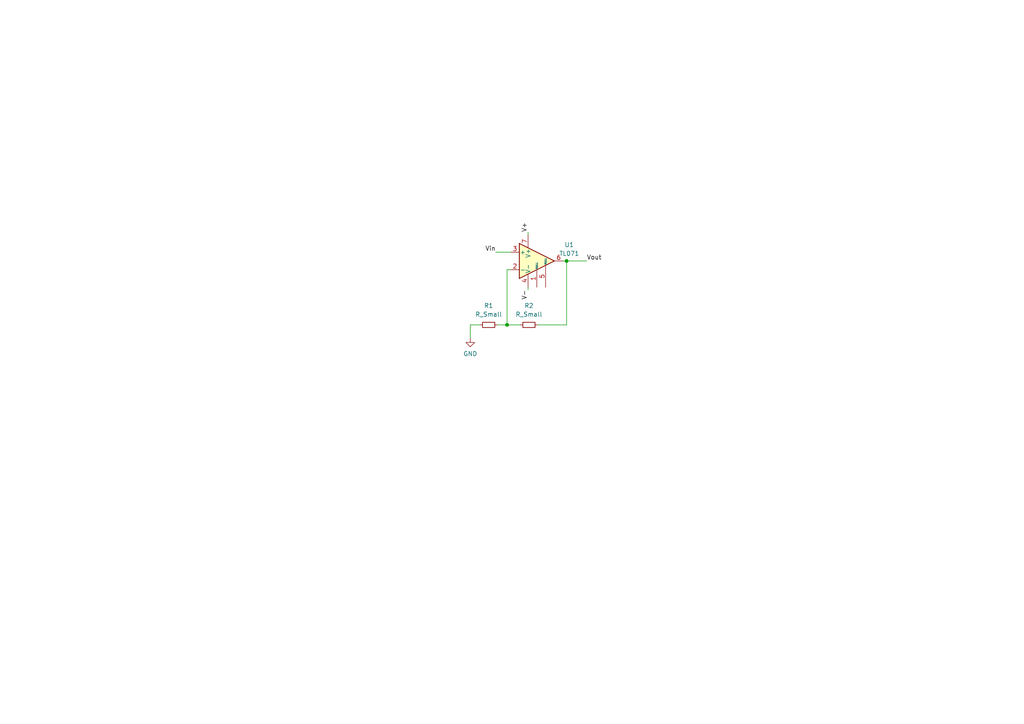
<source format=kicad_sch>
(kicad_sch (version 20211123) (generator eeschema)
  (paper "A4")
  (lib_symbols
    (symbol "Amplifier_Operational:TL071" (pin_names (offset 0.127))
      (property "Reference" "U" (at 0 6.35 0))
      (property "Value" "TL071" (at 0 3.81 0))
      (symbol "TL071_0_1"
        (polyline (pts (xy -5.08 5.08) (xy 5.08 0) (xy -5.08 -5.08) (xy -5.08 5.08)) (stroke (width 0.254)) (fill (type background)))
      )
      (symbol "TL071_1_1"
        (pin input line (at 0 -7.62 90) (length 5.08) (name "NULL") (number "1"))
        (pin input line (at -7.62 -2.54 0) (length 2.54) (name "-") (number "2"))
        (pin input line (at -7.62 2.54 0) (length 2.54) (name "+") (number "3"))
        (pin power_in line (at -2.54 -7.62 90) (length 3.81) (name "V-") (number "4"))
        (pin input line (at 2.54 -7.62 90) (length 6.35) (name "NULL") (number "5"))
        (pin output line (at 7.62 0 180) (length 2.54) (name "~") (number "6"))
        (pin power_in line (at -2.54 7.62 270) (length 3.81) (name "V+") (number "7"))
        (pin no_connect line (at 0 2.54 270) (length 2.54) hide (name "NC") (number "8"))
      )
    )
    (symbol "Device:R_Small" (pin_numbers hide) (pin_names (offset 0.254) hide)
      (property "Reference" "R" (at 0.762 0.508 0))
      (property "Value" "R_Small" (at 0.762 -1.016 0))
      (symbol "R_Small_0_1"
        (rectangle (start -0.762 1.778) (end 0.762 -1.778) (stroke (width 0.2032)))
      )
      (symbol "R_Small_1_1"
        (pin passive line (at 0 2.54 270) (length 0.762) (name "~") (number "1"))
        (pin passive line (at 0 -2.54 90) (length 0.762) (name "~") (number "2"))
      )
    )
    (symbol "power:GND" (power) (pin_names (offset 0))
      (property "Value" "GND" (at 0 -3.81 0))
      (symbol "GND_0_1"
        (polyline (pts (xy 0 0) (xy 0 -1.27) (xy 1.27 -1.27) (xy 0 -2.54) (xy -1.27 -1.27) (xy 0 -1.27)))
      )
      (symbol "GND_1_1"
        (pin power_in line (at 0 0 270) (length 0) hide (name "GND") (number "1"))
      )
    )
  )
  (junction (at 147.066 94.234))
  (junction (at 164.338 75.692))
  (wire (pts (xy 164.338 94.234) (xy 164.338 75.692)))
  (wire (pts (xy 147.066 78.232) (xy 147.066 94.234)))
  (wire (pts (xy 155.956 94.234) (xy 164.338 94.234)))
  (wire (pts (xy 148.082 78.232) (xy 147.066 78.232)))
  (wire (pts (xy 143.764 73.152) (xy 148.082 73.152)))
  (wire (pts (xy 136.398 94.234) (xy 139.192 94.234)))
  (wire (pts (xy 147.066 94.234) (xy 150.876 94.234)))
  (wire (pts (xy 153.162 83.312) (xy 153.162 84.074)))
  (wire (pts (xy 163.322 75.692) (xy 164.338 75.692)))
  (wire (pts (xy 144.272 94.234) (xy 147.066 94.234)))
  (wire (pts (xy 153.162 68.072) (xy 153.162 67.31)))
  (wire (pts (xy 164.338 75.692) (xy 170.18 75.692)))
  (wire (pts (xy 136.398 98.044) (xy 136.398 94.234)))
  (label "V+" (at 153.162 67.31 90))
  (label "V-" (at 153.162 84.074 270))
  (label "Vout" (at 170.18 75.692 0))
  (label "Vin" (at 143.764 73.152 180))
  (symbol (lib_id "Amplifier_Operational:TL071") (at 155.702 75.692 0) (unit 1)
    (property "Reference" "U1" (at 165.1 70.993 0))
    (property "Value" "TL071" (at 165.1 73.533 0))
    (property "Footprint" "Package_DIP:DIP-8_W7.62mm_LongPads" (effects hide))
    (property "Datasheet" "http://www.ti.com/lit/ds/symlink/tl071.pdf" (effects hide))
  )
  (symbol (lib_id "Device:R_Small") (at 153.416 94.234 270) (unit 1)
    (property "Reference" "R2" (at 153.416 88.646 90))
    (property "Value" "R_Small" (at 153.416 91.186 90))
    (property "Footprint" "Resistor_SMD:R_0805_2012Metric_Pad1.20x1.40mm_HandSolder" (effects hide))
  )
  (symbol (lib_id "power:GND") (at 136.398 98.044 0) (unit 1)
    (property "Reference" "#PWR0101" (effects hide))
    (property "Value" "GND" (at 136.398 102.616 0))
  )
  (symbol (lib_id "Device:R_Small") (at 141.732 94.234 270) (unit 1)
    (property "Reference" "R1" (at 141.732 88.646 90))
    (property "Value" "R_Small" (at 141.732 91.186 90))
    (property "Footprint" "Resistor_SMD:R_0805_2012Metric_Pad1.20x1.40mm_HandSolder" (effects hide))
  )
)
</source>
